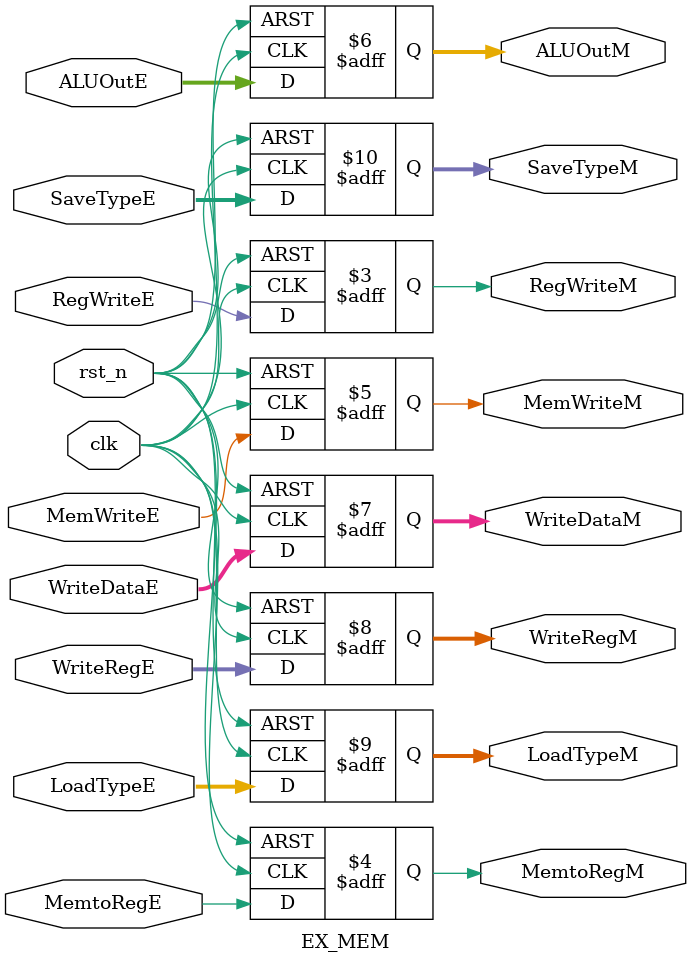
<source format=v>
`timescale 1ns / 1ps
module EX_MEM(
	input clk,
	input rst_n,

	input RegWriteE,
	output reg RegWriteM,
	input MemtoRegE,
	output reg MemtoRegM,
	input MemWriteE,
	output reg MemWriteM,
	input [31:0]ALUOutE,
	output reg [31:0]ALUOutM,
	input [31:0]WriteDataE,
	output reg [31:0]WriteDataM,
	input [4:0]WriteRegE,
	output reg [4:0]WriteRegM,
	input [2:0]LoadTypeE,
	output reg [2:0]LoadTypeM,
	input [1:0]SaveTypeE,
	output reg [1:0]SaveTypeM
    );
	
	always @(posedge clk or negedge rst_n) begin
		if (~rst_n) begin
			RegWriteM<=0;
			MemtoRegM<=0;
			MemWriteM<=0;
			ALUOutM<=0;
			WriteDataM<=0;
			WriteRegM<=0;
			LoadTypeM<=0;
			SaveTypeM<=0;
		end
		else begin
			RegWriteM<=RegWriteE;
			MemtoRegM<=MemtoRegE;
			MemWriteM<=MemWriteE;
			ALUOutM<=ALUOutE;
			WriteDataM<=WriteDataE;
			WriteRegM<=WriteRegE;
			LoadTypeM<=LoadTypeE;
			SaveTypeM<=SaveTypeE;
		end
	end


endmodule

</source>
